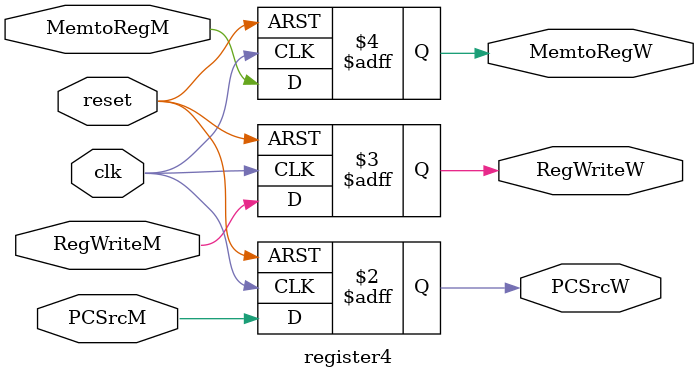
<source format=v>
module register4(
    clk,
    reset,
    PCSrcM,
    RegWriteM,
    MemtoRegM,
    PCSrcW,
    RegWriteW,
    MemtoRegW
);
    input wire clk;
    input wire reset;
    
    input wire PCSrcM;
    input wire RegWriteM;
    input wire MemtoRegM;
    
    output reg PCSrcW;
    output reg RegWriteW;
    output reg MemtoRegW;
    
    always @(posedge clk, posedge reset) begin
        if (reset) begin
            PCSrcW <= 0;
            RegWriteW <= 0;
            MemtoRegW <= 0;
        end
        else begin
            PCSrcW <= PCSrcM;
            RegWriteW <= RegWriteM;
            MemtoRegW <= MemtoRegM;
        end
    end
endmodule

</source>
